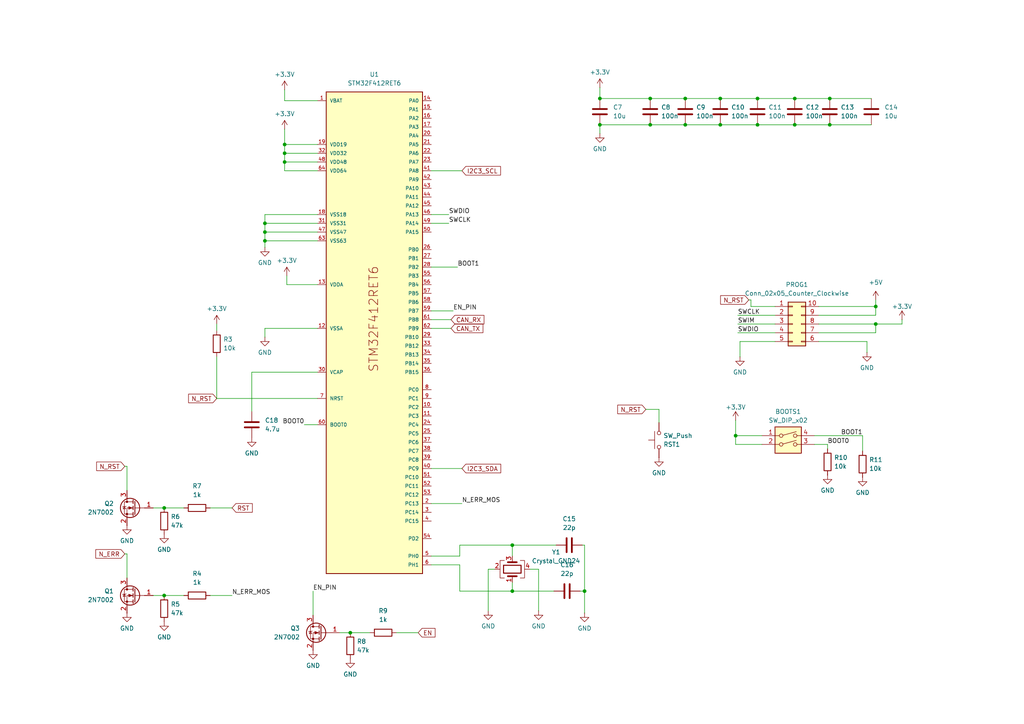
<source format=kicad_sch>
(kicad_sch (version 20231120) (generator "eeschema") (generator_version "8.0")
  (paper "A4")
  (lib_symbols
    (symbol "Connector_Generic:Conn_02x05_Counter_Clockwise" (pin_names (offset 1.016) hide)
      (property "Reference" "J" (at 1.27 7.62 0))
      (property "Value" "Conn_02x05_Counter_Clockwise" (at 1.27 -7.62 0))
      (symbol "Conn_02x05_Counter_Clockwise_1_1"
        (rectangle (start -1.27 -4.953) (end 0 -5.207) (stroke (width 0.1524)))
        (rectangle (start -1.27 -2.413) (end 0 -2.667) (stroke (width 0.1524)))
        (rectangle (start -1.27 0.127) (end 0 -0.127) (stroke (width 0.1524)))
        (rectangle (start -1.27 2.667) (end 0 2.413) (stroke (width 0.1524)))
        (rectangle (start -1.27 5.207) (end 0 4.953) (stroke (width 0.1524)))
        (rectangle (start -1.27 6.35) (end 3.81 -6.35) (stroke (width 0.254)) (fill (type background)))
        (rectangle (start 3.81 -4.953) (end 2.54 -5.207) (stroke (width 0.1524)))
        (rectangle (start 3.81 -2.413) (end 2.54 -2.667) (stroke (width 0.1524)))
        (rectangle (start 3.81 0.127) (end 2.54 -0.127) (stroke (width 0.1524)))
        (rectangle (start 3.81 2.667) (end 2.54 2.413) (stroke (width 0.1524)))
        (rectangle (start 3.81 5.207) (end 2.54 4.953) (stroke (width 0.1524)))
        (pin passive line (at -5.08 5.08 0) (length 3.81) (name "Pin_1") (number "1"))
        (pin passive line (at 7.62 5.08 180) (length 3.81) (name "Pin_10") (number "10"))
        (pin passive line (at -5.08 2.54 0) (length 3.81) (name "Pin_2") (number "2"))
        (pin passive line (at -5.08 0 0) (length 3.81) (name "Pin_3") (number "3"))
        (pin passive line (at -5.08 -2.54 0) (length 3.81) (name "Pin_4") (number "4"))
        (pin passive line (at -5.08 -5.08 0) (length 3.81) (name "Pin_5") (number "5"))
        (pin passive line (at 7.62 -5.08 180) (length 3.81) (name "Pin_6") (number "6"))
        (pin passive line (at 7.62 -2.54 180) (length 3.81) (name "Pin_7") (number "7"))
        (pin passive line (at 7.62 0 180) (length 3.81) (name "Pin_8") (number "8"))
        (pin passive line (at 7.62 2.54 180) (length 3.81) (name "Pin_9") (number "9"))
      )
    )
    (symbol "Device:C" (pin_numbers hide) (pin_names (offset 0.254))
      (property "Reference" "C" (at 0.635 2.54 0))
      (property "Value" "C" (at 0.635 -2.54 0))
      (symbol "C_0_1"
        (polyline (pts (xy -2.032 -0.762) (xy 2.032 -0.762)) (stroke (width 0.508)))
        (polyline (pts (xy -2.032 0.762) (xy 2.032 0.762)) (stroke (width 0.508)))
      )
      (symbol "C_1_1"
        (pin passive line (at 0 3.81 270) (length 2.794) (name "~") (number "1"))
        (pin passive line (at 0 -3.81 90) (length 2.794) (name "~") (number "2"))
      )
    )
    (symbol "Device:Crystal_GND24" (pin_names (offset 1.016) hide)
      (property "Reference" "Y" (at 3.175 5.08 0))
      (property "Value" "Crystal_GND24" (at 3.175 3.175 0))
      (symbol "Crystal_GND24_0_1"
        (rectangle (start -1.143 2.54) (end 1.143 -2.54) (stroke (width 0.3048)))
        (polyline (pts (xy -2.54 0) (xy -2.032 0)))
        (polyline (pts (xy -2.032 -1.27) (xy -2.032 1.27)) (stroke (width 0.508)))
        (polyline (pts (xy 0 -3.81) (xy 0 -3.556)))
        (polyline (pts (xy 0 3.556) (xy 0 3.81)))
        (polyline (pts (xy 2.032 -1.27) (xy 2.032 1.27)) (stroke (width 0.508)))
        (polyline (pts (xy 2.032 0) (xy 2.54 0)))
        (polyline (pts (xy -2.54 -2.286) (xy -2.54 -3.556) (xy 2.54 -3.556) (xy 2.54 -2.286)))
        (polyline (pts (xy -2.54 2.286) (xy -2.54 3.556) (xy 2.54 3.556) (xy 2.54 2.286)))
      )
      (symbol "Crystal_GND24_1_1"
        (pin passive line (at -3.81 0 0) (length 1.27) (name "1") (number "1"))
        (pin passive line (at 0 5.08 270) (length 1.27) (name "2") (number "2"))
        (pin passive line (at 3.81 0 180) (length 1.27) (name "3") (number "3"))
        (pin passive line (at 0 -5.08 90) (length 1.27) (name "4") (number "4"))
      )
    )
    (symbol "Device:R" (pin_numbers hide) (pin_names (offset 0))
      (property "Reference" "R" (at 2.032 0 90))
      (property "Value" "R" (at 0 0 90))
      (symbol "R_0_1"
        (rectangle (start -1.016 -2.54) (end 1.016 2.54) (stroke (width 0.254)))
      )
      (symbol "R_1_1"
        (pin passive line (at 0 3.81 270) (length 1.27) (name "~") (number "1"))
        (pin passive line (at 0 -3.81 90) (length 1.27) (name "~") (number "2"))
      )
    )
    (symbol "STM32F412RET6:STM32F412RET6" (pin_names (offset 1.016))
      (property "Reference" "U" (at 0 140.208 0))
      (property "Value" "STM32F412RET6" (at 0 -2.54 0))
      (symbol "STM32F412RET6_0_0"
        (rectangle (start 0 0) (end 27.94 139.7) (stroke (width 0.254)) (fill (type background)))
        (text "STM32F412RET6" (at 15.24 58.42 900) (effects (font (size 2.54 2.54)) (justify left bottom)))
        (pin power_in line (at -2.54 137.16 0) (length 2.54) (name "VBAT") (number "1"))
        (pin bidirectional line (at 30.48 48.26 180) (length 2.54) (name "PC2") (number "10"))
        (pin bidirectional line (at 30.48 45.72 180) (length 2.54) (name "PC3") (number "11"))
        (pin power_in line (at -2.54 71.12 0) (length 2.54) (name "VSSA") (number "12"))
        (pin power_in line (at -2.54 83.82 0) (length 2.54) (name "VDDA") (number "13"))
        (pin bidirectional line (at 30.48 137.16 180) (length 2.54) (name "PA0") (number "14"))
        (pin bidirectional line (at 30.48 134.62 180) (length 2.54) (name "PA1") (number "15"))
        (pin bidirectional line (at 30.48 132.08 180) (length 2.54) (name "PA2") (number "16"))
        (pin bidirectional line (at 30.48 129.54 180) (length 2.54) (name "PA3") (number "17"))
        (pin power_in line (at -2.54 104.14 0) (length 2.54) (name "VSS18") (number "18"))
        (pin power_in line (at -2.54 124.46 0) (length 2.54) (name "VDD19") (number "19"))
        (pin bidirectional line (at 30.48 20.32 180) (length 2.54) (name "PC13") (number "2"))
        (pin bidirectional line (at 30.48 127 180) (length 2.54) (name "PA4") (number "20"))
        (pin bidirectional line (at 30.48 124.46 180) (length 2.54) (name "PA5") (number "21"))
        (pin bidirectional line (at 30.48 121.92 180) (length 2.54) (name "PA6") (number "22"))
        (pin bidirectional line (at 30.48 119.38 180) (length 2.54) (name "PA7") (number "23"))
        (pin bidirectional line (at 30.48 43.18 180) (length 2.54) (name "PC4") (number "24"))
        (pin bidirectional line (at 30.48 40.64 180) (length 2.54) (name "PC5") (number "25"))
        (pin bidirectional line (at 30.48 93.98 180) (length 2.54) (name "PB0") (number "26"))
        (pin bidirectional line (at 30.48 91.44 180) (length 2.54) (name "PB1") (number "27"))
        (pin bidirectional line (at 30.48 88.9 180) (length 2.54) (name "PB2") (number "28"))
        (pin bidirectional line (at 30.48 68.58 180) (length 2.54) (name "PB10") (number "29"))
        (pin bidirectional line (at 30.48 17.78 180) (length 2.54) (name "PC14") (number "3"))
        (pin power_in line (at -2.54 58.42 0) (length 2.54) (name "VCAP") (number "30"))
        (pin power_in line (at -2.54 101.6 0) (length 2.54) (name "VSS31") (number "31"))
        (pin power_in line (at -2.54 121.92 0) (length 2.54) (name "VDD32") (number "32"))
        (pin bidirectional line (at 30.48 66.04 180) (length 2.54) (name "PB12") (number "33"))
        (pin bidirectional line (at 30.48 63.5 180) (length 2.54) (name "PB13") (number "34"))
        (pin bidirectional line (at 30.48 60.96 180) (length 2.54) (name "PB14") (number "35"))
        (pin bidirectional line (at 30.48 58.42 180) (length 2.54) (name "PB15") (number "36"))
        (pin bidirectional line (at 30.48 38.1 180) (length 2.54) (name "PC6") (number "37"))
        (pin bidirectional line (at 30.48 35.56 180) (length 2.54) (name "PC7") (number "38"))
        (pin bidirectional line (at 30.48 33.02 180) (length 2.54) (name "PC8") (number "39"))
        (pin bidirectional line (at 30.48 15.24 180) (length 2.54) (name "PC15") (number "4"))
        (pin bidirectional line (at 30.48 30.48 180) (length 2.54) (name "PC9") (number "40"))
        (pin bidirectional line (at 30.48 116.84 180) (length 2.54) (name "PA8") (number "41"))
        (pin bidirectional line (at 30.48 114.3 180) (length 2.54) (name "PA9") (number "42"))
        (pin bidirectional line (at 30.48 111.76 180) (length 2.54) (name "PA10") (number "43"))
        (pin bidirectional line (at 30.48 109.22 180) (length 2.54) (name "PA11") (number "44"))
        (pin bidirectional line (at 30.48 106.68 180) (length 2.54) (name "PA12") (number "45"))
        (pin bidirectional line (at 30.48 104.14 180) (length 2.54) (name "PA13") (number "46"))
        (pin power_in line (at -2.54 99.06 0) (length 2.54) (name "VSS47") (number "47"))
        (pin power_in line (at -2.54 119.38 0) (length 2.54) (name "VDD48") (number "48"))
        (pin bidirectional line (at 30.48 101.6 180) (length 2.54) (name "PA14") (number "49"))
        (pin bidirectional line (at 30.48 5.08 180) (length 2.54) (name "PH0") (number "5"))
        (pin bidirectional line (at 30.48 99.06 180) (length 2.54) (name "PA15") (number "50"))
        (pin bidirectional line (at 30.48 27.94 180) (length 2.54) (name "PC10") (number "51"))
        (pin bidirectional line (at 30.48 25.4 180) (length 2.54) (name "PC11") (number "52"))
        (pin bidirectional line (at 30.48 22.86 180) (length 2.54) (name "PC12") (number "53"))
        (pin bidirectional line (at 30.48 10.16 180) (length 2.54) (name "PD2") (number "54"))
        (pin bidirectional line (at 30.48 86.36 180) (length 2.54) (name "PB3") (number "55"))
        (pin bidirectional line (at 30.48 83.82 180) (length 2.54) (name "PB4") (number "56"))
        (pin bidirectional line (at 30.48 81.28 180) (length 2.54) (name "PB5") (number "57"))
        (pin bidirectional line (at 30.48 78.74 180) (length 2.54) (name "PB6") (number "58"))
        (pin bidirectional line (at 30.48 76.2 180) (length 2.54) (name "PB7") (number "59"))
        (pin bidirectional line (at 30.48 2.54 180) (length 2.54) (name "PH1") (number "6"))
        (pin input line (at -2.54 43.18 0) (length 2.54) (name "BOOT0") (number "60"))
        (pin bidirectional line (at 30.48 73.66 180) (length 2.54) (name "PB8") (number "61"))
        (pin bidirectional line (at 30.48 71.12 180) (length 2.54) (name "PB9") (number "62"))
        (pin power_in line (at -2.54 96.52 0) (length 2.54) (name "VSS63") (number "63"))
        (pin power_in line (at -2.54 116.84 0) (length 2.54) (name "VDD64") (number "64"))
        (pin input line (at -2.54 50.8 0) (length 2.54) (name "NRST") (number "7"))
        (pin bidirectional line (at 30.48 53.34 180) (length 2.54) (name "PC0") (number "8"))
        (pin bidirectional line (at 30.48 50.8 180) (length 2.54) (name "PC1") (number "9"))
      )
    )
    (symbol "Switch:SW_DIP_x02" (pin_names (offset 0) hide)
      (property "Reference" "SW" (at 0 6.35 0))
      (property "Value" "SW_DIP_x02" (at 0 -3.81 0))
      (symbol "SW_DIP_x02_0_0"
        (circle (center -2.032 0) (radius 0.508))
        (circle (center -2.032 2.54) (radius 0.508))
        (polyline (pts (xy -1.524 0.127) (xy 2.3622 1.1684)))
        (polyline (pts (xy -1.524 2.667) (xy 2.3622 3.7084)))
        (circle (center 2.032 0) (radius 0.508))
        (circle (center 2.032 2.54) (radius 0.508))
      )
      (symbol "SW_DIP_x02_0_1"
        (rectangle (start -3.81 5.08) (end 3.81 -2.54) (stroke (width 0.254)) (fill (type background)))
      )
      (symbol "SW_DIP_x02_1_1"
        (pin passive line (at -7.62 2.54 0) (length 5.08) (name "~") (number "1"))
        (pin passive line (at -7.62 0 0) (length 5.08) (name "~") (number "2"))
        (pin passive line (at 7.62 0 180) (length 5.08) (name "~") (number "3"))
        (pin passive line (at 7.62 2.54 180) (length 5.08) (name "~") (number "4"))
      )
    )
    (symbol "Switch:SW_Push" (pin_numbers hide) (pin_names (offset 1.016) hide)
      (property "Reference" "SW" (at 1.27 2.54 0))
      (property "Value" "SW_Push" (at 0 -1.524 0))
      (symbol "SW_Push_0_1"
        (circle (center -2.032 0) (radius 0.508))
        (polyline (pts (xy 0 1.27) (xy 0 3.048)))
        (polyline (pts (xy 2.54 1.27) (xy -2.54 1.27)))
        (circle (center 2.032 0) (radius 0.508))
        (pin passive line (at -5.08 0 0) (length 2.54) (name "1") (number "1"))
        (pin passive line (at 5.08 0 180) (length 2.54) (name "2") (number "2"))
      )
    )
    (symbol "Transistor_FET:2N7002" (pin_names hide)
      (property "Reference" "Q" (at 5.08 1.905 0))
      (property "Value" "2N7002" (at 5.08 0 0))
      (symbol "2N7002_0_1"
        (polyline (pts (xy 0.254 0) (xy -2.54 0)))
        (polyline (pts (xy 0.254 1.905) (xy 0.254 -1.905)) (stroke (width 0.254)))
        (polyline (pts (xy 0.762 -1.27) (xy 0.762 -2.286)) (stroke (width 0.254)))
        (polyline (pts (xy 0.762 0.508) (xy 0.762 -0.508)) (stroke (width 0.254)))
        (polyline (pts (xy 0.762 2.286) (xy 0.762 1.27)) (stroke (width 0.254)))
        (polyline (pts (xy 2.54 2.54) (xy 2.54 1.778)))
        (polyline (pts (xy 2.54 -2.54) (xy 2.54 0) (xy 0.762 0)))
        (polyline (pts (xy 0.762 -1.778) (xy 3.302 -1.778) (xy 3.302 1.778) (xy 0.762 1.778)))
        (polyline (pts (xy 1.016 0) (xy 2.032 0.381) (xy 2.032 -0.381) (xy 1.016 0)) (fill (type outline)))
        (polyline (pts (xy 2.794 0.508) (xy 2.921 0.381) (xy 3.683 0.381) (xy 3.81 0.254)))
        (polyline (pts (xy 3.302 0.381) (xy 2.921 -0.254) (xy 3.683 -0.254) (xy 3.302 0.381)))
        (circle (center 1.651 0) (radius 2.794) (stroke (width 0.254)))
        (circle (center 2.54 -1.778) (radius 0.254) (fill (type outline)))
        (circle (center 2.54 1.778) (radius 0.254) (fill (type outline)))
      )
      (symbol "2N7002_1_1"
        (pin input line (at -5.08 0 0) (length 2.54) (name "G") (number "1"))
        (pin passive line (at 2.54 -5.08 90) (length 2.54) (name "S") (number "2"))
        (pin passive line (at 2.54 5.08 270) (length 2.54) (name "D") (number "3"))
      )
    )
    (symbol "power:+3.3V" (power) (pin_numbers hide) (pin_names (offset 0) hide)
      (property "Value" "+3.3V" (at 0 3.556 0))
      (symbol "+3.3V_0_1"
        (polyline (pts (xy -0.762 1.27) (xy 0 2.54)))
        (polyline (pts (xy 0 0) (xy 0 2.54)))
        (polyline (pts (xy 0 2.54) (xy 0.762 1.27)))
      )
      (symbol "+3.3V_1_1"
        (pin power_in line (at 0 0 90) (length 0) (name "~") (number "1"))
      )
    )
    (symbol "power:GND" (power) (pin_numbers hide) (pin_names (offset 0) hide)
      (property "Value" "GND" (at 0 -3.81 0))
      (symbol "GND_0_1"
        (polyline (pts (xy 0 0) (xy 0 -1.27) (xy 1.27 -1.27) (xy 0 -2.54) (xy -1.27 -1.27) (xy 0 -1.27)))
      )
      (symbol "GND_1_1"
        (pin power_in line (at 0 0 270) (length 0) (name "~") (number "1"))
      )
    )
  )
  (junction (at 101.6 183.515))
  (junction (at 230.505 28.575))
  (junction (at 169.545 171.45))
  (junction (at 47.625 147.32))
  (junction (at 254 88.9))
  (junction (at 47.625 172.72))
  (junction (at 219.71 36.195))
  (junction (at 76.835 64.77))
  (junction (at 76.835 69.85))
  (junction (at 188.595 28.575))
  (junction (at 82.55 44.45))
  (junction (at 208.915 28.575))
  (junction (at 173.99 36.195))
  (junction (at 148.59 171.45))
  (junction (at 198.755 36.195))
  (junction (at 213.36 126.365))
  (junction (at 208.915 36.195))
  (junction (at 240.665 28.575))
  (junction (at 219.71 28.575))
  (junction (at 240.665 36.195))
  (junction (at 188.595 36.195))
  (junction (at 173.99 28.575))
  (junction (at 148.59 158.115))
  (junction (at 76.835 67.31))
  (junction (at 230.505 36.195))
  (junction (at 254 93.98))
  (junction (at 82.55 46.99))
  (junction (at 82.55 41.91))
  (junction (at 198.755 28.575))
  (wire (pts (xy 133.35 171.45) (xy 148.59 171.45)))
  (wire (pts (xy 125.095 95.25) (xy 130.81 95.25)))
  (wire (pts (xy 73.025 119.38) (xy 73.025 107.95)))
  (wire (pts (xy 133.35 158.115) (xy 148.59 158.115)))
  (wire (pts (xy 36.83 135.255) (xy 36.195 135.255)))
  (wire (pts (xy 213.995 91.44) (xy 224.79 91.44)))
  (wire (pts (xy 213.36 128.905) (xy 213.36 126.365)))
  (wire (pts (xy 191.135 118.745) (xy 191.135 122.555)))
  (wire (pts (xy 148.59 171.45) (xy 160.655 171.45)))
  (wire (pts (xy 83.185 80.01) (xy 83.185 82.55)))
  (wire (pts (xy 173.99 28.575) (xy 188.595 28.575)))
  (wire (pts (xy 36.83 160.655) (xy 36.195 160.655)))
  (wire (pts (xy 125.095 163.83) (xy 133.35 163.83)))
  (wire (pts (xy 82.55 26.035) (xy 82.55 29.21)))
  (wire (pts (xy 217.805 88.9) (xy 224.79 88.9)))
  (wire (pts (xy 92.075 46.99) (xy 82.55 46.99)))
  (wire (pts (xy 168.275 171.45) (xy 169.545 171.45)))
  (wire (pts (xy 224.79 99.06) (xy 214.63 99.06)))
  (wire (pts (xy 173.99 25.4) (xy 173.99 28.575)))
  (wire (pts (xy 125.095 92.71) (xy 130.81 92.71)))
  (wire (pts (xy 125.095 62.23) (xy 130.175 62.23)))
  (wire (pts (xy 47.625 172.72) (xy 53.34 172.72)))
  (wire (pts (xy 214.63 99.06) (xy 214.63 103.505)))
  (wire (pts (xy 92.075 49.53) (xy 82.55 49.53)))
  (wire (pts (xy 213.36 121.92) (xy 213.36 126.365)))
  (wire (pts (xy 125.095 135.89) (xy 133.985 135.89)))
  (wire (pts (xy 213.995 93.98) (xy 224.79 93.98)))
  (wire (pts (xy 98.425 183.515) (xy 101.6 183.515)))
  (wire (pts (xy 213.36 126.365) (xy 220.98 126.365)))
  (wire (pts (xy 156.21 165.1) (xy 156.21 177.165)))
  (wire (pts (xy 250.19 126.365) (xy 250.19 130.81)))
  (wire (pts (xy 125.095 161.29) (xy 133.35 161.29)))
  (wire (pts (xy 198.755 28.575) (xy 208.915 28.575)))
  (wire (pts (xy 36.83 167.64) (xy 36.83 160.655)))
  (wire (pts (xy 82.55 44.45) (xy 82.55 41.91)))
  (wire (pts (xy 237.49 96.52) (xy 254 96.52)))
  (wire (pts (xy 62.865 115.57) (xy 92.075 115.57)))
  (wire (pts (xy 76.835 67.31) (xy 76.835 69.85)))
  (wire (pts (xy 125.095 146.05) (xy 133.985 146.05)))
  (wire (pts (xy 141.605 177.165) (xy 141.605 165.1)))
  (wire (pts (xy 73.025 107.95) (xy 92.075 107.95)))
  (wire (pts (xy 261.62 93.98) (xy 254 93.98)))
  (wire (pts (xy 101.6 183.515) (xy 107.315 183.515)))
  (wire (pts (xy 76.835 64.77) (xy 92.075 64.77)))
  (wire (pts (xy 188.595 28.575) (xy 198.755 28.575)))
  (wire (pts (xy 62.865 103.505) (xy 62.865 115.57)))
  (wire (pts (xy 76.835 95.25) (xy 76.835 97.79)))
  (wire (pts (xy 169.545 171.45) (xy 169.545 177.8)))
  (wire (pts (xy 254 88.9) (xy 254 91.44)))
  (wire (pts (xy 230.505 28.575) (xy 240.665 28.575)))
  (wire (pts (xy 220.98 128.905) (xy 213.36 128.905)))
  (wire (pts (xy 133.35 161.29) (xy 133.35 158.115)))
  (wire (pts (xy 148.59 171.45) (xy 148.59 168.91)))
  (wire (pts (xy 133.35 163.83) (xy 133.35 171.45)))
  (wire (pts (xy 230.505 36.195) (xy 240.665 36.195)))
  (wire (pts (xy 188.595 36.195) (xy 198.755 36.195)))
  (wire (pts (xy 82.55 41.91) (xy 82.55 37.465)))
  (wire (pts (xy 125.095 90.17) (xy 131.445 90.17)))
  (wire (pts (xy 76.835 69.85) (xy 92.075 69.85)))
  (wire (pts (xy 168.91 158.115) (xy 169.545 158.115)))
  (wire (pts (xy 60.96 147.32) (xy 67.31 147.32)))
  (wire (pts (xy 125.095 64.77) (xy 130.175 64.77)))
  (wire (pts (xy 236.22 128.905) (xy 240.03 128.905)))
  (wire (pts (xy 44.45 172.72) (xy 47.625 172.72)))
  (wire (pts (xy 237.49 88.9) (xy 254 88.9)))
  (wire (pts (xy 76.835 71.755) (xy 76.835 69.85)))
  (wire (pts (xy 76.835 64.77) (xy 76.835 67.31)))
  (wire (pts (xy 148.59 158.115) (xy 161.29 158.115)))
  (wire (pts (xy 254 88.9) (xy 254 86.995)))
  (wire (pts (xy 88.265 123.19) (xy 92.075 123.19)))
  (wire (pts (xy 92.075 95.25) (xy 76.835 95.25)))
  (wire (pts (xy 82.55 49.53) (xy 82.55 46.99)))
  (wire (pts (xy 148.59 158.115) (xy 148.59 161.29)))
  (wire (pts (xy 213.995 96.52) (xy 224.79 96.52)))
  (wire (pts (xy 198.755 36.195) (xy 208.915 36.195)))
  (wire (pts (xy 217.805 86.995) (xy 217.805 88.9)))
  (wire (pts (xy 237.49 99.06) (xy 251.46 99.06)))
  (wire (pts (xy 114.935 183.515) (xy 121.285 183.515)))
  (wire (pts (xy 83.185 82.55) (xy 92.075 82.55)))
  (wire (pts (xy 208.915 28.575) (xy 219.71 28.575)))
  (wire (pts (xy 240.665 28.575) (xy 252.73 28.575)))
  (wire (pts (xy 237.49 93.98) (xy 254 93.98)))
  (wire (pts (xy 217.17 86.995) (xy 217.805 86.995)))
  (wire (pts (xy 125.095 77.47) (xy 132.715 77.47)))
  (wire (pts (xy 141.605 165.1) (xy 143.51 165.1)))
  (wire (pts (xy 254 96.52) (xy 254 93.98)))
  (wire (pts (xy 240.03 128.905) (xy 240.03 130.175)))
  (wire (pts (xy 76.835 67.31) (xy 92.075 67.31)))
  (wire (pts (xy 236.22 126.365) (xy 250.19 126.365)))
  (wire (pts (xy 36.83 142.24) (xy 36.83 135.255)))
  (wire (pts (xy 82.55 29.21) (xy 92.075 29.21)))
  (wire (pts (xy 47.625 147.32) (xy 53.34 147.32)))
  (wire (pts (xy 92.075 44.45) (xy 82.55 44.45)))
  (wire (pts (xy 76.835 62.23) (xy 76.835 64.77)))
  (wire (pts (xy 82.55 46.99) (xy 82.55 44.45)))
  (wire (pts (xy 251.46 99.06) (xy 251.46 102.235)))
  (wire (pts (xy 219.71 36.195) (xy 230.505 36.195)))
  (wire (pts (xy 219.71 28.575) (xy 230.505 28.575)))
  (wire (pts (xy 169.545 158.115) (xy 169.545 171.45)))
  (wire (pts (xy 92.075 62.23) (xy 76.835 62.23)))
  (wire (pts (xy 153.67 165.1) (xy 156.21 165.1)))
  (wire (pts (xy 240.665 36.195) (xy 252.73 36.195)))
  (wire (pts (xy 60.96 172.72) (xy 67.31 172.72)))
  (wire (pts (xy 90.805 178.435) (xy 90.805 171.45)))
  (wire (pts (xy 62.865 93.98) (xy 62.865 95.885)))
  (wire (pts (xy 173.99 36.195) (xy 173.99 38.735)))
  (wire (pts (xy 261.62 93.98) (xy 261.62 92.71)))
  (wire (pts (xy 188.595 36.195) (xy 173.99 36.195)))
  (wire (pts (xy 92.075 41.91) (xy 82.55 41.91)))
  (wire (pts (xy 125.095 49.53) (xy 133.985 49.53)))
  (wire (pts (xy 208.915 36.195) (xy 219.71 36.195)))
  (wire (pts (xy 187.325 118.745) (xy 191.135 118.745)))
  (wire (pts (xy 44.45 147.32) (xy 47.625 147.32)))
  (wire (pts (xy 237.49 91.44) (xy 254 91.44)))
  (label "SWCLK" (at 213.995 91.44 0))
  (label "BOOT1" (at 250.19 126.365 180))
  (label "EN_PIN" (at 90.805 171.45 0))
  (label "SWCLK" (at 130.175 64.77 0))
  (label "EN_PIN" (at 131.445 90.17 0))
  (label "SWDIO" (at 130.175 62.23 0))
  (label "SWDIO" (at 213.995 96.52 0))
  (label "N_ERR_MOS" (at 67.31 172.72 0))
  (label "BOOT0" (at 240.03 128.905 0))
  (label "N_ERR_MOS" (at 133.985 146.05 0))
  (label "SWIM" (at 213.995 93.98 0))
  (label "BOOT0" (at 88.265 123.19 180))
  (label "BOOT1" (at 132.715 77.47 0))
  (global_label "N_RST" (shape input) (at 217.17 86.995 180) (property "Intersheetrefs" "${INTERSHEET_REFS}" (effects (hide yes))))
  (global_label "CAN_RX" (shape input) (at 130.81 92.71 0) (property "Intersheetrefs" "${INTERSHEET_REFS}" (effects (hide yes))))
  (global_label "CAN_TX" (shape input) (at 130.81 95.25 0) (property "Intersheetrefs" "${INTERSHEET_REFS}" (effects (hide yes))))
  (global_label "I2C3_SDA" (shape input) (at 133.985 135.89 0) (property "Intersheetrefs" "${INTERSHEET_REFS}" (effects (hide yes))))
  (global_label "I2C3_SCL" (shape input) (at 133.985 49.53 0) (property "Intersheetrefs" "${INTERSHEET_REFS}" (effects (hide yes))))
  (global_label "N_RST" (shape input) (at 187.325 118.745 180) (property "Intersheetrefs" "${INTERSHEET_REFS}" (effects (hide yes))))
  (global_label "N_RST" (shape input) (at 36.195 135.255 180) (property "Intersheetrefs" "${INTERSHEET_REFS}" (effects (hide yes))))
  (global_label "RST" (shape input) (at 67.31 147.32 0) (property "Intersheetrefs" "${INTERSHEET_REFS}" (effects (hide yes))))
  (global_label "EN" (shape input) (at 121.285 183.515 0) (property "Intersheetrefs" "${INTERSHEET_REFS}" (effects (hide yes))))
  (global_label "N_RST" (shape input) (at 62.865 115.57 180) (property "Intersheetrefs" "${INTERSHEET_REFS}" (effects (hide yes))))
  (global_label "N_ERR" (shape input) (at 36.195 160.655 180) (property "Intersheetrefs" "${INTERSHEET_REFS}" (effects (hide yes))))
  (symbol (lib_id "power:+3.3V") (at 254 86.995 0) (unit 1)
    (property "Reference" "#PWR036" (effects (hide yes)))
    (property "Value" "+5V" (at 254 81.915 0))
  )
  (symbol (lib_id "power:GND") (at 250.19 138.43 0) (unit 1)
    (property "Reference" "#PWR041" (effects (hide yes)))
    (property "Value" "GND" (at 250.19 142.875 0))
    (property "Description" "Power symbol creates a global label with name \"GND\" , ground" (effects (hide yes)))
  )
  (symbol (lib_id "power:GND") (at 76.835 97.79 0) (unit 1)
    (property "Reference" "#PWR022" (effects (hide yes)))
    (property "Value" "GND" (at 76.835 102.235 0))
    (property "Description" "Power symbol creates a global label with name \"GND\" , ground" (effects (hide yes)))
  )
  (symbol (lib_id "power:GND") (at 240.03 137.795 0) (unit 1)
    (property "Reference" "#PWR040" (effects (hide yes)))
    (property "Value" "GND" (at 240.03 142.24 0))
    (property "Description" "Power symbol creates a global label with name \"GND\" , ground" (effects (hide yes)))
  )
  (symbol (lib_id "Device:C") (at 208.915 32.385 0) (unit 1)
    (property "Reference" "C10" (at 212.09 31.1149 0) (effects (justify left)))
    (property "Value" "100n" (at 212.09 33.6549 0) (effects (justify left)))
    (property "Footprint" "Capacitor_SMD:C_0603_1608Metric_Pad1.08x0.95mm_HandSolder" (effects (hide yes)))
    (property "Description" "Unpolarized capacitor" (effects (hide yes)))
  )
  (symbol (lib_id "power:GND") (at 191.135 132.715 0) (unit 1)
    (property "Reference" "#PWR043" (effects (hide yes)))
    (property "Value" "GND" (at 191.135 137.16 0))
    (property "Description" "Power symbol creates a global label with name \"GND\" , ground" (effects (hide yes)))
  )
  (symbol (lib_id "Device:C") (at 165.1 158.115 90) (unit 1)
    (property "Reference" "C15" (at 165.1 150.495 90))
    (property "Value" "22p" (at 165.1 153.035 90))
    (property "Footprint" "Capacitor_SMD:C_0603_1608Metric_Pad1.08x0.95mm_HandSolder" (effects (hide yes)))
    (property "Description" "Unpolarized capacitor" (effects (hide yes)))
  )
  (symbol (lib_id "power:+3.3V") (at 83.185 80.01 0) (unit 1)
    (property "Reference" "#PWR019" (effects (hide yes)))
    (property "Value" "+3.3V" (at 83.185 75.565 0))
    (property "Description" "Power symbol creates a global label with name \"+3.3V\"" (effects (hide yes)))
  )
  (symbol (lib_id "Device:R") (at 111.125 183.515 90) (unit 1)
    (property "Reference" "R9" (at 111.125 177.165 90))
    (property "Value" "1k" (at 111.125 179.705 90))
    (property "Footprint" "Resistor_SMD:R_0603_1608Metric_Pad0.98x0.95mm_HandSolder" (effects (hide yes)))
    (property "Description" "Resistor" (effects (hide yes)))
  )
  (symbol (lib_id "power:+3.3V") (at 82.55 26.035 0) (unit 1)
    (property "Reference" "#PWR018" (effects (hide yes)))
    (property "Value" "+3.3V" (at 82.55 21.59 0))
    (property "Description" "Power symbol creates a global label with name \"+3.3V\"" (effects (hide yes)))
  )
  (symbol (lib_id "power:GND") (at 214.63 103.505 0) (unit 1)
    (property "Reference" "#PWR034" (effects (hide yes)))
    (property "Value" "GND" (at 214.63 107.95 0))
    (property "Description" "Power symbol creates a global label with name \"GND\" , ground" (effects (hide yes)))
  )
  (symbol (lib_id "Device:C") (at 240.665 32.385 0) (unit 1)
    (property "Reference" "C13" (at 243.84 31.1149 0) (effects (justify left)))
    (property "Value" "100n" (at 243.84 33.6549 0) (effects (justify left)))
    (property "Footprint" "Capacitor_SMD:C_0603_1608Metric_Pad1.08x0.95mm_HandSolder" (effects (hide yes)))
    (property "Description" "Unpolarized capacitor" (effects (hide yes)))
  )
  (symbol (lib_id "power:GND") (at 47.625 154.94 0) (mirror y) (unit 1)
    (property "Reference" "#PWR033" (effects (hide yes)))
    (property "Value" "GND" (at 47.625 159.385 0))
    (property "Description" "Power symbol creates a global label with name \"GND\" , ground" (effects (hide yes)))
  )
  (symbol (lib_id "power:GND") (at 76.835 71.755 0) (unit 1)
    (property "Reference" "#PWR021" (effects (hide yes)))
    (property "Value" "GND" (at 76.835 76.2 0))
    (property "Description" "Power symbol creates a global label with name \"GND\" , ground" (effects (hide yes)))
  )
  (symbol (lib_id "Device:R") (at 57.15 147.32 90) (unit 1)
    (property "Reference" "R7" (at 57.15 140.97 90))
    (property "Value" "1k" (at 57.15 143.51 90))
    (property "Footprint" "Resistor_SMD:R_0603_1608Metric_Pad0.98x0.95mm_HandSolder" (effects (hide yes)))
    (property "Description" "Resistor" (effects (hide yes)))
  )
  (symbol (lib_id "power:GND") (at 73.025 127 0) (unit 1)
    (property "Reference" "#PWR015" (effects (hide yes)))
    (property "Value" "GND" (at 73.025 131.445 0))
    (property "Description" "Power symbol creates a global label with name \"GND\" , ground" (effects (hide yes)))
  )
  (symbol (lib_id "power:GND") (at 169.545 177.8 0) (unit 1)
    (property "Reference" "#PWR028" (effects (hide yes)))
    (property "Value" "GND" (at 169.545 182.245 0))
    (property "Description" "Power symbol creates a global label with name \"GND\" , ground" (effects (hide yes)))
  )
  (symbol (lib_id "Device:R") (at 47.625 151.13 180) (unit 1)
    (property "Reference" "R6" (at 49.53 149.8599 0) (effects (justify right)))
    (property "Value" "47k" (at 49.53 152.3999 0) (effects (justify right)))
    (property "Footprint" "Resistor_SMD:R_0603_1608Metric_Pad0.98x0.95mm_HandSolder" (effects (hide yes)))
    (property "Description" "Resistor" (effects (hide yes)))
  )
  (symbol (lib_id "power:GND") (at 251.46 102.235 0) (unit 1)
    (property "Reference" "#PWR035" (effects (hide yes)))
    (property "Value" "GND" (at 251.46 106.68 0))
    (property "Description" "Power symbol creates a global label with name \"GND\" , ground" (effects (hide yes)))
  )
  (symbol (lib_id "Device:C") (at 230.505 32.385 0) (unit 1)
    (property "Reference" "C12" (at 233.68 31.1149 0) (effects (justify left)))
    (property "Value" "100n" (at 233.68 33.6549 0) (effects (justify left)))
    (property "Footprint" "Capacitor_SMD:C_0603_1608Metric_Pad1.08x0.95mm_HandSolder" (effects (hide yes)))
    (property "Description" "Unpolarized capacitor" (effects (hide yes)))
  )
  (symbol (lib_id "power:GND") (at 173.99 38.735 0) (unit 1)
    (property "Reference" "#PWR025" (effects (hide yes)))
    (property "Value" "GND" (at 173.99 43.18 0))
    (property "Description" "Power symbol creates a global label with name \"GND\" , ground" (effects (hide yes)))
  )
  (symbol (lib_id "power:GND") (at 141.605 177.165 0) (unit 1)
    (property "Reference" "#PWR026" (effects (hide yes)))
    (property "Value" "GND" (at 141.605 181.61 0))
    (property "Description" "Power symbol creates a global label with name \"GND\" , ground" (effects (hide yes)))
  )
  (symbol (lib_id "Device:C") (at 252.73 32.385 0) (unit 1)
    (property "Reference" "C14" (at 256.54 31.1149 0) (effects (justify left)))
    (property "Value" "10u" (at 256.54 33.6549 0) (effects (justify left)))
    (property "Footprint" "Capacitor_SMD:C_0805_2012Metric_Pad1.18x1.45mm_HandSolder" (effects (hide yes)))
    (property "Description" "Unpolarized capacitor" (effects (hide yes)))
  )
  (symbol (lib_id "Transistor_FET:2N7002") (at 93.345 183.515 0) (mirror y) (unit 1)
    (property "Reference" "Q3" (at 86.995 182.2449 0) (effects (justify left)))
    (property "Value" "2N7002" (at 86.995 184.7849 0) (effects (justify left)))
    (property "Footprint" "Package_TO_SOT_SMD:SOT-23" (effects (hide yes)))
    (property "Datasheet" "https://www.onsemi.com/pub/Collateral/NDS7002A-D.PDF" (effects (hide yes)))
    (property "Description" "0.115A Id, 60V Vds, N-Channel MOSFET, SOT-23" (effects (hide yes)))
  )
  (symbol (lib_id "power:GND") (at 47.625 180.34 0) (mirror y) (unit 1)
    (property "Reference" "#PWR031" (effects (hide yes)))
    (property "Value" "GND" (at 47.625 184.785 0))
    (property "Description" "Power symbol creates a global label with name \"GND\" , ground" (effects (hide yes)))
  )
  (symbol (lib_id "Device:R") (at 47.625 176.53 180) (unit 1)
    (property "Reference" "R5" (at 49.53 175.2599 0) (effects (justify right)))
    (property "Value" "47k" (at 49.53 177.7999 0) (effects (justify right)))
    (property "Footprint" "Resistor_SMD:R_0603_1608Metric_Pad0.98x0.95mm_HandSolder" (effects (hide yes)))
    (property "Description" "Resistor" (effects (hide yes)))
  )
  (symbol (lib_id "Device:R") (at 101.6 187.325 180) (unit 1)
    (property "Reference" "R8" (at 103.505 186.0549 0) (effects (justify right)))
    (property "Value" "47k" (at 103.505 188.5949 0) (effects (justify right)))
    (property "Footprint" "Resistor_SMD:R_0603_1608Metric_Pad0.98x0.95mm_HandSolder" (effects (hide yes)))
    (property "Description" "Resistor" (effects (hide yes)))
  )
  (symbol (lib_id "power:GND") (at 36.83 152.4 0) (mirror y) (unit 1)
    (property "Reference" "#PWR032" (effects (hide yes)))
    (property "Value" "GND" (at 36.83 156.845 0))
    (property "Description" "Power symbol creates a global label with name \"GND\" , ground" (effects (hide yes)))
  )
  (symbol (lib_id "Device:R") (at 62.865 99.695 0) (unit 1)
    (property "Reference" "R3" (at 64.77 98.4249 0) (effects (justify left)))
    (property "Value" "10k" (at 64.77 100.9649 0) (effects (justify left)))
    (property "Footprint" "Resistor_SMD:R_0603_1608Metric_Pad0.98x0.95mm_HandSolder" (effects (hide yes)))
    (property "Description" "Resistor" (effects (hide yes)))
  )
  (symbol (lib_id "Switch:SW_Push") (at 191.135 127.635 90) (mirror x) (unit 1)
    (property "Reference" "RST1" (at 192.405 128.9051 90) (effects (justify right)))
    (property "Value" "SW_Push" (at 192.405 126.3651 90) (effects (justify right)))
    (property "Footprint" "Button_Switch_THT:SW_Tactile_SPST_Angled_PTS645Vx39-2LFS" (effects (hide yes)))
    (property "Description" "Push button switch, generic, two pins" (effects (hide yes)))
  )
  (symbol (lib_id "power:+3.3V") (at 173.99 25.4 0) (unit 1)
    (property "Reference" "#PWR024" (effects (hide yes)))
    (property "Value" "+3.3V" (at 173.99 20.955 0))
    (property "Description" "Power symbol creates a global label with name \"+3.3V\"" (effects (hide yes)))
  )
  (symbol (lib_id "STM32F412RET6:STM32F412RET6") (at 94.615 166.37 0) (unit 1)
    (property "Reference" "U1" (at 108.585 21.59 0))
    (property "Value" "STM32F412RET6" (at 108.585 24.13 0))
    (property "Footprint" "STM32F412RET6:LQFP-10X10-64" (effects (hide yes)))
    (property "MF" "STMicroelectronics" (effects (hide yes)))
    (property "Description_1" "\nARM® Cortex®-M4 STM32F4 Microcontroller IC 32-Bit Single-Core 100MHz 512KB (512K x 8) FLASH 64-LQFP (10x10)\n" (effects (hide yes)))
    (property "Package" "LQFP-64 STMicroelectronics" (effects (hide yes)))
    (property "Price" "None" (effects (hide yes)))
    (property "SnapEDA_Link" "https://www.snapeda.com/parts/STM32F412RET6/STMicroelectronics/view-part/?ref=snap" (effects (hide yes)))
    (property "MP" "STM32F412RET6" (effects (hide yes)))
    (property "Purchase-URL" "https://www.snapeda.com/api/url_track_click_mouser/?unipart_id=643795&manufacturer=STMicroelectronics&part_name=STM32F412RET6&search_term=stm32f412ret6" (effects (hide yes)))
    (property "Availability" "In Stock" (effects (hide yes)))
    (property "Check_prices" "https://www.snapeda.com/parts/STM32F412RET6/STMicroelectronics/view-part/?ref=eda" (effects (hide yes)))
  )
  (symbol (lib_id "power:GND") (at 156.21 177.165 0) (unit 1)
    (property "Reference" "#PWR027" (effects (hide yes)))
    (property "Value" "GND" (at 156.21 181.61 0))
    (property "Description" "Power symbol creates a global label with name \"GND\" , ground" (effects (hide yes)))
  )
  (symbol (lib_id "power:GND") (at 90.805 188.595 0) (mirror y) (unit 1)
    (property "Reference" "#PWR038" (effects (hide yes)))
    (property "Value" "GND" (at 90.805 193.04 0))
    (property "Description" "Power symbol creates a global label with name \"GND\" , ground" (effects (hide yes)))
  )
  (symbol (lib_id "Device:C") (at 188.595 32.385 0) (unit 1)
    (property "Reference" "C8" (at 191.77 31.1149 0) (effects (justify left)))
    (property "Value" "100n" (at 191.77 33.6549 0) (effects (justify left)))
    (property "Footprint" "Capacitor_SMD:C_0603_1608Metric_Pad1.08x0.95mm_HandSolder" (effects (hide yes)))
    (property "Description" "Unpolarized capacitor" (effects (hide yes)))
  )
  (symbol (lib_id "Device:C") (at 219.71 32.385 0) (unit 1)
    (property "Reference" "C11" (at 222.885 31.1149 0) (effects (justify left)))
    (property "Value" "100n" (at 222.885 33.6549 0) (effects (justify left)))
    (property "Footprint" "Capacitor_SMD:C_0603_1608Metric_Pad1.08x0.95mm_HandSolder" (effects (hide yes)))
    (property "Description" "Unpolarized capacitor" (effects (hide yes)))
  )
  (symbol (lib_id "Switch:SW_DIP_x02") (at 228.6 128.905 0) (unit 1)
    (property "Reference" "BOOTS1" (at 228.6 119.38 0))
    (property "Value" "SW_DIP_x02" (at 228.6 121.92 0))
    (property "Footprint" "Button_Switch_SMD:SW_DIP_SPSTx02_Slide_6.7x6.64mm_W8.61mm_P2.54mm_LowProfile" (effects (hide yes)))
    (property "Description" "2x DIP Switch, Single Pole Single Throw (SPST) switch, small symbol" (effects (hide yes)))
  )
  (symbol (lib_id "power:+3.3V") (at 62.865 93.98 0) (unit 1)
    (property "Reference" "#PWR023" (effects (hide yes)))
    (property "Value" "+3.3V" (at 62.865 89.535 0))
    (property "Description" "Power symbol creates a global label with name \"+3.3V\"" (effects (hide yes)))
  )
  (symbol (lib_id "power:GND") (at 36.83 177.8 0) (mirror y) (unit 1)
    (property "Reference" "#PWR016" (effects (hide yes)))
    (property "Value" "GND" (at 36.83 182.245 0))
    (property "Description" "Power symbol creates a global label with name \"GND\" , ground" (effects (hide yes)))
  )
  (symbol (lib_id "Device:C") (at 173.99 32.385 0) (unit 1)
    (property "Reference" "C7" (at 177.8 31.1149 0) (effects (justify left)))
    (property "Value" "10u" (at 177.8 33.6549 0) (effects (justify left)))
    (property "Footprint" "Capacitor_SMD:C_0805_2012Metric_Pad1.18x1.45mm_HandSolder" (effects (hide yes)))
    (property "Description" "Unpolarized capacitor" (effects (hide yes)))
  )
  (symbol (lib_id "power:GND") (at 101.6 191.135 0) (mirror y) (unit 1)
    (property "Reference" "#PWR039" (effects (hide yes)))
    (property "Value" "GND" (at 101.6 195.58 0))
    (property "Description" "Power symbol creates a global label with name \"GND\" , ground" (effects (hide yes)))
  )
  (symbol (lib_id "Transistor_FET:2N7002") (at 39.37 147.32 0) (mirror y) (unit 1)
    (property "Reference" "Q2" (at 33.02 146.0499 0) (effects (justify left)))
    (property "Value" "2N7002" (at 33.02 148.5899 0) (effects (justify left)))
    (property "Footprint" "Package_TO_SOT_SMD:SOT-23" (effects (hide yes)))
    (property "Datasheet" "https://www.onsemi.com/pub/Collateral/NDS7002A-D.PDF" (effects (hide yes)))
    (property "Description" "0.115A Id, 60V Vds, N-Channel MOSFET, SOT-23" (effects (hide yes)))
  )
  (symbol (lib_id "Device:Crystal_GND24") (at 148.59 165.1 90) (unit 1)
    (property "Reference" "Y1" (at 161.29 160.1468 90))
    (property "Value" "Crystal_GND24" (at 161.29 162.6868 90))
    (property "Footprint" "Crystal:Crystal_SMD_2520-4Pin_2.5x2.0mm" (effects (hide yes)))
    (property "Description" "Four pin crystal, GND on pins 2 and 4" (effects (hide yes)))
  )
  (symbol (lib_id "Connector_Generic:Conn_02x05_Counter_Clockwise") (at 229.87 93.98 0) (unit 1)
    (property "Reference" "PROG1" (at 231.14 82.55 0))
    (property "Value" "Conn_02x05_Counter_Clockwise" (at 231.14 85.09 0))
    (property "Footprint" "Connector_IDC:IDC-Header_2x05_P2.54mm_Horizontal" (effects (hide yes)))
    (property "Description" "Generic connector, double row, 02x05, counter clockwise pin numbering scheme (similar to DIP package numbering), script generated (kicad-library-utils/schlib/autogen/connector/)" (effects (hide yes)))
  )
  (symbol (lib_id "Device:R") (at 57.15 172.72 90) (unit 1)
    (property "Reference" "R4" (at 57.15 166.37 90))
    (property "Value" "1k" (at 57.15 168.91 90))
    (property "Footprint" "Resistor_SMD:R_0603_1608Metric_Pad0.98x0.95mm_HandSolder" (effects (hide yes)))
    (property "Description" "Resistor" (effects (hide yes)))
  )
  (symbol (lib_id "power:+3.3V") (at 261.62 92.71 0) (unit 1)
    (property "Reference" "#PWR037" (effects (hide yes)))
    (property "Value" "+3.3V" (at 261.62 88.9 0))
  )
  (symbol (lib_id "Transistor_FET:2N7002") (at 39.37 172.72 0) (mirror y) (unit 1)
    (property "Reference" "Q1" (at 33.02 171.4499 0) (effects (justify left)))
    (property "Value" "2N7002" (at 33.02 173.9899 0) (effects (justify left)))
    (property "Footprint" "Package_TO_SOT_SMD:SOT-23" (effects (hide yes)))
    (property "Datasheet" "https://www.onsemi.com/pub/Collateral/NDS7002A-D.PDF" (effects (hide yes)))
    (property "Description" "0.115A Id, 60V Vds, N-Channel MOSFET, SOT-23" (effects (hide yes)))
  )
  (symbol (lib_id "Device:R") (at 240.03 133.985 0) (unit 1)
    (property "Reference" "R10" (at 241.935 132.7149 0) (effects (justify left)))
    (property "Value" "10k" (at 241.935 135.2549 0) (effects (justify left)))
    (property "Footprint" "Resistor_SMD:R_0603_1608Metric_Pad0.98x0.95mm_HandSolder" (effects (hide yes)))
    (property "Description" "Resistor" (effects (hide yes)))
  )
  (symbol (lib_id "power:+3.3V") (at 82.55 37.465 0) (unit 1)
    (property "Reference" "#PWR020" (effects (hide yes)))
    (property "Value" "+3.3V" (at 82.55 33.02 0))
    (property "Description" "Power symbol creates a global label with name \"+3.3V\"" (effects (hide yes)))
  )
  (symbol (lib_id "Device:C") (at 198.755 32.385 0) (unit 1)
    (property "Reference" "C9" (at 201.93 31.1149 0) (effects (justify left)))
    (property "Value" "100n" (at 201.93 33.6549 0) (effects (justify left)))
    (property "Footprint" "Capacitor_SMD:C_0603_1608Metric_Pad1.08x0.95mm_HandSolder" (effects (hide yes)))
    (property "Description" "Unpolarized capacitor" (effects (hide yes)))
  )
  (symbol (lib_id "Device:C") (at 164.465 171.45 90) (unit 1)
    (property "Reference" "C16" (at 164.465 163.83 90))
    (property "Value" "22p" (at 164.465 166.37 90))
    (property "Footprint" "Capacitor_SMD:C_0603_1608Metric_Pad1.08x0.95mm_HandSolder" (effects (hide yes)))
    (property "Description" "Unpolarized capacitor" (effects (hide yes)))
  )
  (symbol (lib_id "power:+3.3V") (at 213.36 121.92 0) (unit 1)
    (property "Reference" "#PWR042" (effects (hide yes)))
    (property "Value" "+3.3V" (at 213.36 118.11 0))
  )
  (symbol (lib_id "Device:C") (at 73.025 123.19 0) (unit 1)
    (property "Reference" "C18" (at 76.835 121.9199 0) (effects (justify left)))
    (property "Value" "4.7u" (at 76.835 124.4599 0) (effects (justify left)))
    (property "Footprint" "Capacitor_SMD:C_0805_2012Metric_Pad1.18x1.45mm_HandSolder" (effects (hide yes)))
    (property "Description" "Unpolarized capacitor" (effects (hide yes)))
  )
  (symbol (lib_id "Device:R") (at 250.19 134.62 0) (unit 1)
    (property "Reference" "R11" (at 252.095 133.3499 0) (effects (justify left)))
    (property "Value" "10k" (at 252.095 135.8899 0) (effects (justify left)))
    (property "Footprint" "Resistor_SMD:R_0603_1608Metric_Pad0.98x0.95mm_HandSolder" (effects (hide yes)))
    (property "Description" "Resistor" (effects (hide yes)))
  )
)
</source>
